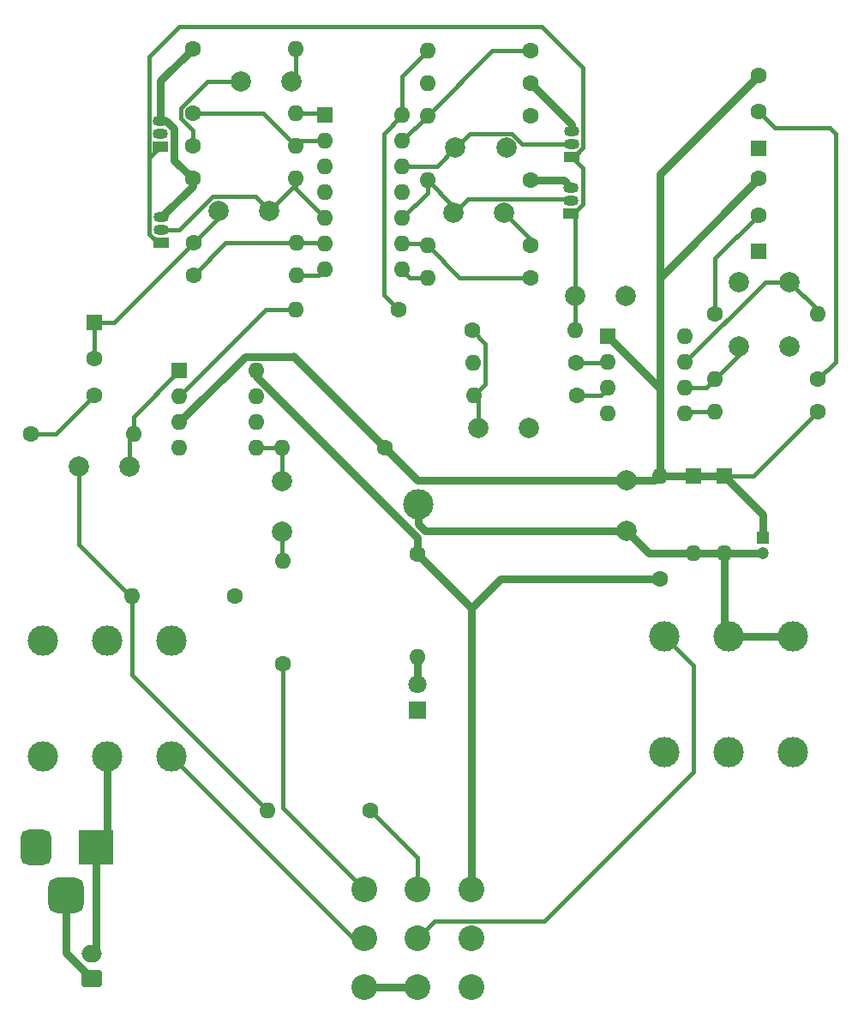
<source format=gbr>
%TF.GenerationSoftware,KiCad,Pcbnew,(6.0.1)*%
%TF.CreationDate,2022-05-04T15:38:42-04:00*%
%TF.ProjectId,phase90plusplus,70686173-6539-4307-906c-7573706c7573,rev?*%
%TF.SameCoordinates,Original*%
%TF.FileFunction,Copper,L1,Top*%
%TF.FilePolarity,Positive*%
%FSLAX46Y46*%
G04 Gerber Fmt 4.6, Leading zero omitted, Abs format (unit mm)*
G04 Created by KiCad (PCBNEW (6.0.1)) date 2022-05-04 15:38:42*
%MOMM*%
%LPD*%
G01*
G04 APERTURE LIST*
G04 Aperture macros list*
%AMRoundRect*
0 Rectangle with rounded corners*
0 $1 Rounding radius*
0 $2 $3 $4 $5 $6 $7 $8 $9 X,Y pos of 4 corners*
0 Add a 4 corners polygon primitive as box body*
4,1,4,$2,$3,$4,$5,$6,$7,$8,$9,$2,$3,0*
0 Add four circle primitives for the rounded corners*
1,1,$1+$1,$2,$3*
1,1,$1+$1,$4,$5*
1,1,$1+$1,$6,$7*
1,1,$1+$1,$8,$9*
0 Add four rect primitives between the rounded corners*
20,1,$1+$1,$2,$3,$4,$5,0*
20,1,$1+$1,$4,$5,$6,$7,0*
20,1,$1+$1,$6,$7,$8,$9,0*
20,1,$1+$1,$8,$9,$2,$3,0*%
G04 Aperture macros list end*
%TA.AperFunction,ComponentPad*%
%ADD10R,1.600000X1.600000*%
%TD*%
%TA.AperFunction,ComponentPad*%
%ADD11O,1.600000X1.600000*%
%TD*%
%TA.AperFunction,ComponentPad*%
%ADD12C,2.000000*%
%TD*%
%TA.AperFunction,ComponentPad*%
%ADD13C,1.600000*%
%TD*%
%TA.AperFunction,ComponentPad*%
%ADD14C,2.540000*%
%TD*%
%TA.AperFunction,ComponentPad*%
%ADD15R,1.500000X1.050000*%
%TD*%
%TA.AperFunction,ComponentPad*%
%ADD16O,1.500000X1.050000*%
%TD*%
%TA.AperFunction,ComponentPad*%
%ADD17RoundRect,0.250000X-0.550000X0.550000X-0.550000X-0.550000X0.550000X-0.550000X0.550000X0.550000X0*%
%TD*%
%TA.AperFunction,ComponentPad*%
%ADD18C,3.000000*%
%TD*%
%TA.AperFunction,ComponentPad*%
%ADD19R,1.200000X1.200000*%
%TD*%
%TA.AperFunction,ComponentPad*%
%ADD20C,1.200000*%
%TD*%
%TA.AperFunction,ComponentPad*%
%ADD21RoundRect,0.250000X0.550000X-0.550000X0.550000X0.550000X-0.550000X0.550000X-0.550000X-0.550000X0*%
%TD*%
%TA.AperFunction,ComponentPad*%
%ADD22R,3.500000X3.500000*%
%TD*%
%TA.AperFunction,ComponentPad*%
%ADD23RoundRect,0.750000X-0.750000X-1.000000X0.750000X-1.000000X0.750000X1.000000X-0.750000X1.000000X0*%
%TD*%
%TA.AperFunction,ComponentPad*%
%ADD24RoundRect,0.875000X-0.875000X-0.875000X0.875000X-0.875000X0.875000X0.875000X-0.875000X0.875000X0*%
%TD*%
%TA.AperFunction,ComponentPad*%
%ADD25R,1.800000X1.800000*%
%TD*%
%TA.AperFunction,ComponentPad*%
%ADD26C,1.800000*%
%TD*%
%TA.AperFunction,ComponentPad*%
%ADD27RoundRect,0.250000X0.750000X-0.600000X0.750000X0.600000X-0.750000X0.600000X-0.750000X-0.600000X0*%
%TD*%
%TA.AperFunction,ComponentPad*%
%ADD28O,2.000000X1.700000*%
%TD*%
%TA.AperFunction,ViaPad*%
%ADD29C,3.000000*%
%TD*%
%TA.AperFunction,ViaPad*%
%ADD30C,0.800000*%
%TD*%
%TA.AperFunction,Conductor*%
%ADD31C,0.800000*%
%TD*%
%TA.AperFunction,Conductor*%
%ADD32C,0.400000*%
%TD*%
G04 APERTURE END LIST*
D10*
%TO.P,U2,1*%
%TO.N,Net-(C6-Pad1)*%
X195200000Y-62600000D03*
D11*
%TO.P,U2,2,-*%
%TO.N,Net-(R10-Pad2)*%
X195200000Y-65140000D03*
%TO.P,U2,3,+*%
%TO.N,+5V*%
X195200000Y-67680000D03*
%TO.P,U2,4,V-*%
%TO.N,GNDREF*%
X195200000Y-70220000D03*
%TO.P,U2,5,+*%
%TO.N,Net-(C1-Pad2)*%
X202820000Y-70220000D03*
%TO.P,U2,6,-*%
%TO.N,/U1_LOOPBACK*%
X202820000Y-67680000D03*
%TO.P,U2,7*%
X202820000Y-65140000D03*
%TO.P,U2,8,V+*%
%TO.N,+9V*%
X202820000Y-62600000D03*
%TD*%
D12*
%TO.P,C11,1*%
%TO.N,GNDREF*%
X250500000Y-53800000D03*
%TO.P,C11,2*%
%TO.N,/FRQ*%
X255500000Y-53800000D03*
%TD*%
D10*
%TO.P,D2,1,K*%
%TO.N,+5V*%
X246000000Y-72980000D03*
D11*
%TO.P,D2,2,A*%
%TO.N,GNDREF*%
X246000000Y-80600000D03*
%TD*%
D12*
%TO.P,C10,1*%
%TO.N,GNDREF*%
X239400000Y-78430000D03*
%TO.P,C10,2*%
%TO.N,+5V*%
X239400000Y-73430000D03*
%TD*%
D13*
%TO.P,R15,1*%
%TO.N,+5V*%
X196500000Y-30800000D03*
D11*
%TO.P,R15,2*%
%TO.N,Net-(C3-Pad2)*%
X206660000Y-30800000D03*
%TD*%
D14*
%TO.P,S1,P$1,O*%
%TO.N,Net-(R11-Pad1)*%
X213451560Y-113801940D03*
%TO.P,S1,P$2,P*%
%TO.N,Net-(J1-PadT1)*%
X213451560Y-118600000D03*
%TO.P,S1,P$3,S*%
%TO.N,/OUTPUT*%
X213451560Y-123398060D03*
%TO.P,S1,P$4,O*%
%TO.N,Net-(R12-Pad1)*%
X218750000Y-113801940D03*
%TO.P,S1,P$5,P*%
%TO.N,Net-(J2-PadT1)*%
X218750000Y-118600000D03*
%TO.P,S1,P$6,S*%
%TO.N,/OUTPUT*%
X218750000Y-123398060D03*
%TO.P,S1,P$7,O*%
%TO.N,+9V*%
X224048440Y-113801940D03*
%TO.P,S1,P$8,P*%
%TO.N,Net-(J3-Pad2)*%
X224048440Y-118600000D03*
%TO.P,S1,P$9,S*%
%TO.N,unconnected-(S1-PadP$9)*%
X224048440Y-123398060D03*
%TD*%
D12*
%TO.P,C3,1*%
%TO.N,Net-(C3-Pad1)*%
X201280000Y-34000000D03*
%TO.P,C3,2*%
%TO.N,Net-(C3-Pad2)*%
X206280000Y-34000000D03*
%TD*%
D13*
%TO.P,R2,1*%
%TO.N,Net-(R2-Pad1)*%
X196520000Y-37200000D03*
D11*
%TO.P,R2,2*%
%TO.N,Net-(C4-Pad1)*%
X206680000Y-37200000D03*
%TD*%
D13*
%TO.P,R7,1*%
%TO.N,Net-(C3-Pad1)*%
X196500000Y-40385000D03*
D11*
%TO.P,R7,2*%
%TO.N,Net-(R2-Pad1)*%
X206660000Y-40385000D03*
%TD*%
D12*
%TO.P,C2,1*%
%TO.N,/U1_LOOPBACK*%
X199080000Y-46785000D03*
%TO.P,C2,2*%
%TO.N,Net-(C2-Pad2)*%
X204080000Y-46785000D03*
%TD*%
%TO.P,C5,1*%
%TO.N,Net-(C5-Pad1)*%
X227480000Y-40585000D03*
%TO.P,C5,2*%
%TO.N,Net-(C5-Pad2)*%
X222480000Y-40585000D03*
%TD*%
D15*
%TO.P,Q3,1,G*%
%TO.N,/LFO_OUT*%
X233900000Y-47055000D03*
D16*
%TO.P,Q3,2,S*%
%TO.N,Net-(C4-Pad2)*%
X233900000Y-45785000D03*
%TO.P,Q3,3,D*%
%TO.N,+5V*%
X233900000Y-44515000D03*
%TD*%
D17*
%TO.P,RV1,1,1*%
%TO.N,/U1_LOOPBACK*%
X186775000Y-57800000D03*
D13*
%TO.P,RV1,2,2*%
X186775000Y-61400000D03*
%TO.P,RV1,3,3*%
%TO.N,Net-(R10-Pad2)*%
X186775000Y-65000000D03*
%TD*%
%TO.P,R21,1*%
%TO.N,/LFO*%
X234480000Y-65000000D03*
D11*
%TO.P,R21,2*%
%TO.N,Net-(C8-Pad2)*%
X224320000Y-65000000D03*
%TD*%
D13*
%TO.P,R8,1*%
%TO.N,Net-(C4-Pad1)*%
X229860000Y-50185000D03*
D11*
%TO.P,R8,2*%
%TO.N,Net-(R3-Pad1)*%
X219700000Y-50185000D03*
%TD*%
D13*
%TO.P,R22,1*%
%TO.N,Net-(LFO1-Pad2)*%
X234400000Y-61800000D03*
D11*
%TO.P,R22,2*%
%TO.N,GNDREF*%
X224240000Y-61800000D03*
%TD*%
D18*
%TO.P,J1,R1*%
%TO.N,/RING*%
X188050000Y-100635000D03*
%TO.P,J1,RN*%
%TO.N,unconnected-(J1-PadRN)*%
X188050000Y-89205000D03*
%TO.P,J1,S1*%
%TO.N,GNDREF*%
X181700000Y-100635000D03*
%TO.P,J1,SN*%
%TO.N,unconnected-(J1-PadSN)*%
X181700000Y-89205000D03*
%TO.P,J1,T1*%
%TO.N,Net-(J1-PadT1)*%
X194400000Y-100635000D03*
%TO.P,J1,TN*%
%TO.N,unconnected-(J1-PadTN)*%
X194400000Y-89205000D03*
%TD*%
D13*
%TO.P,R17,1*%
%TO.N,+5V*%
X229860000Y-34185000D03*
D11*
%TO.P,R17,2*%
%TO.N,Net-(C5-Pad2)*%
X219700000Y-34185000D03*
%TD*%
D15*
%TO.P,Q1,1,G*%
%TO.N,/LFO_OUT*%
X193380000Y-49985000D03*
D16*
%TO.P,Q1,2,S*%
%TO.N,Net-(C2-Pad2)*%
X193380000Y-48715000D03*
%TO.P,Q1,3,D*%
%TO.N,+5V*%
X193380000Y-47445000D03*
%TD*%
D12*
%TO.P,C8,1*%
%TO.N,GNDREF*%
X229700000Y-68200000D03*
%TO.P,C8,2*%
%TO.N,Net-(C8-Pad2)*%
X224700000Y-68200000D03*
%TD*%
D13*
%TO.P,R1,1*%
%TO.N,Net-(R1-Pad1)*%
X196580000Y-53185000D03*
D11*
%TO.P,R1,2*%
%TO.N,Net-(C3-Pad1)*%
X206740000Y-53185000D03*
%TD*%
D19*
%TO.P,C9,1*%
%TO.N,+5V*%
X252800000Y-79100000D03*
D20*
%TO.P,C9,2*%
%TO.N,GNDREF*%
X252800000Y-80600000D03*
%TD*%
D13*
%TO.P,R20,1*%
%TO.N,Net-(C8-Pad2)*%
X224120000Y-58600000D03*
D11*
%TO.P,R20,2*%
%TO.N,/LFO_OUT*%
X234280000Y-58600000D03*
%TD*%
D13*
%TO.P,R12,1*%
%TO.N,Net-(R12-Pad1)*%
X214080000Y-106000000D03*
D11*
%TO.P,R12,2*%
%TO.N,Net-(C6-Pad2)*%
X203920000Y-106000000D03*
%TD*%
D13*
%TO.P,R26,1*%
%TO.N,Net-(R26-Pad1)*%
X258280000Y-63400000D03*
D11*
%TO.P,R26,2*%
%TO.N,/WVF*%
X248120000Y-63400000D03*
%TD*%
D21*
%TO.P,RV2,1,1*%
%TO.N,GNDREF*%
X252425000Y-50800000D03*
D13*
%TO.P,RV2,2,2*%
%TO.N,Net-(R25-Pad1)*%
X252425000Y-47200000D03*
%TO.P,RV2,3,3*%
%TO.N,+5V*%
X252425000Y-43600000D03*
%TD*%
D15*
%TO.P,Q2,1,G*%
%TO.N,/LFO_OUT*%
X193340000Y-40455000D03*
D16*
%TO.P,Q2,2,S*%
%TO.N,Net-(C3-Pad2)*%
X193340000Y-39185000D03*
%TO.P,Q2,3,D*%
%TO.N,+5V*%
X193340000Y-37915000D03*
%TD*%
D13*
%TO.P,R23,1*%
%TO.N,+5V*%
X258280000Y-66600000D03*
D11*
%TO.P,R23,2*%
%TO.N,Net-(LFO1-Pad5)*%
X248120000Y-66600000D03*
%TD*%
D22*
%TO.P,J3,1*%
%TO.N,/RING*%
X187000000Y-109642500D03*
D23*
%TO.P,J3,2*%
%TO.N,Net-(J3-Pad2)*%
X181000000Y-109642500D03*
D24*
%TO.P,J3,3*%
%TO.N,Net-(BT1-Pad1)*%
X184000000Y-114342500D03*
%TD*%
D13*
%TO.P,R24,1*%
%TO.N,+9V*%
X242648440Y-83140000D03*
D11*
%TO.P,R24,2*%
%TO.N,+5V*%
X242648440Y-72980000D03*
%TD*%
D10*
%TO.P,D3,1,K*%
%TO.N,+5V*%
X249000000Y-72980000D03*
D11*
%TO.P,D3,2,A*%
%TO.N,GNDREF*%
X249000000Y-80600000D03*
%TD*%
D13*
%TO.P,R25,1*%
%TO.N,Net-(R25-Pad1)*%
X248120000Y-57000000D03*
D11*
%TO.P,R25,2*%
%TO.N,/FRQ*%
X258280000Y-57000000D03*
%TD*%
D12*
%TO.P,C4,1*%
%TO.N,Net-(C4-Pad1)*%
X227280000Y-46985000D03*
%TO.P,C4,2*%
%TO.N,Net-(C4-Pad2)*%
X222280000Y-46985000D03*
%TD*%
D13*
%TO.P,R5,1*%
%TO.N,Net-(R10-Pad2)*%
X180520000Y-68800000D03*
D11*
%TO.P,R5,2*%
%TO.N,Net-(C6-Pad1)*%
X190680000Y-68800000D03*
%TD*%
D12*
%TO.P,C12,1*%
%TO.N,GNDREF*%
X255500000Y-60200000D03*
%TO.P,C12,2*%
%TO.N,/WVF*%
X250500000Y-60200000D03*
%TD*%
D18*
%TO.P,J2,R1*%
%TO.N,GNDREF*%
X249450000Y-88815000D03*
%TO.P,J2,RN*%
%TO.N,unconnected-(J2-PadRN)*%
X249450000Y-100245000D03*
%TO.P,J2,S1*%
%TO.N,GNDREF*%
X255800000Y-88815000D03*
%TO.P,J2,SN*%
%TO.N,unconnected-(J2-PadSN)*%
X255800000Y-100245000D03*
%TO.P,J2,T1*%
%TO.N,Net-(J2-PadT1)*%
X243100000Y-88815000D03*
%TO.P,J2,TN*%
%TO.N,unconnected-(J2-PadTN)*%
X243100000Y-100245000D03*
%TD*%
D13*
%TO.P,R11,1*%
%TO.N,Net-(R11-Pad1)*%
X205400000Y-91480000D03*
D11*
%TO.P,R11,2*%
%TO.N,Net-(C1-Pad1)*%
X205400000Y-81320000D03*
%TD*%
D10*
%TO.P,U1,1*%
%TO.N,Net-(C4-Pad1)*%
X209580000Y-37360000D03*
D11*
%TO.P,U1,2,-*%
%TO.N,Net-(R2-Pad1)*%
X209580000Y-39900000D03*
%TO.P,U1,3,+*%
%TO.N,Net-(C3-Pad2)*%
X209580000Y-42440000D03*
%TO.P,U1,4,V+*%
%TO.N,+9V*%
X209580000Y-44980000D03*
%TO.P,U1,5,+*%
%TO.N,Net-(C2-Pad2)*%
X209580000Y-47520000D03*
%TO.P,U1,6,-*%
%TO.N,Net-(R1-Pad1)*%
X209580000Y-50060000D03*
%TO.P,U1,7*%
%TO.N,Net-(C3-Pad1)*%
X209580000Y-52600000D03*
%TO.P,U1,8*%
%TO.N,Net-(C5-Pad1)*%
X217200000Y-52600000D03*
%TO.P,U1,9,-*%
%TO.N,Net-(R3-Pad1)*%
X217200000Y-50060000D03*
%TO.P,U1,10,+*%
%TO.N,Net-(C4-Pad2)*%
X217200000Y-47520000D03*
%TO.P,U1,11,V-*%
%TO.N,GNDREF*%
X217200000Y-44980000D03*
%TO.P,U1,12,+*%
%TO.N,Net-(C5-Pad2)*%
X217200000Y-42440000D03*
%TO.P,U1,13,-*%
%TO.N,Net-(R4-Pad1)*%
X217200000Y-39900000D03*
%TO.P,U1,14*%
%TO.N,Net-(R10-Pad1)*%
X217200000Y-37360000D03*
%TD*%
D13*
%TO.P,R16,1*%
%TO.N,+5V*%
X229860000Y-43785000D03*
D11*
%TO.P,R16,2*%
%TO.N,Net-(C4-Pad2)*%
X219700000Y-43785000D03*
%TD*%
D13*
%TO.P,R4,1*%
%TO.N,Net-(R4-Pad1)*%
X229860000Y-30985000D03*
D11*
%TO.P,R4,2*%
%TO.N,Net-(R10-Pad1)*%
X219700000Y-30985000D03*
%TD*%
D10*
%TO.P,LFO1,1,+5V*%
%TO.N,+5V*%
X237520000Y-59200000D03*
D11*
%TO.P,LFO1,2,OFFST*%
%TO.N,Net-(LFO1-Pad2)*%
X237520000Y-61740000D03*
%TO.P,LFO1,3,OUT*%
%TO.N,/LFO*%
X237520000Y-64280000D03*
%TO.P,LFO1,4,TAP*%
%TO.N,unconnected-(LFO1-Pad4)*%
X237520000Y-66820000D03*
%TO.P,LFO1,5,DPTH*%
%TO.N,Net-(LFO1-Pad5)*%
X245140000Y-66820000D03*
%TO.P,LFO1,6,WVF*%
%TO.N,/WVF*%
X245140000Y-64280000D03*
%TO.P,LFO1,7,FRQ*%
%TO.N,/FRQ*%
X245140000Y-61740000D03*
%TO.P,LFO1,8,GND*%
%TO.N,GNDREF*%
X245140000Y-59200000D03*
%TD*%
D13*
%TO.P,R18,1*%
%TO.N,GNDREF*%
X200680000Y-84800000D03*
D11*
%TO.P,R18,2*%
%TO.N,Net-(C6-Pad2)*%
X190520000Y-84800000D03*
%TD*%
D13*
%TO.P,R3,1*%
%TO.N,Net-(R3-Pad1)*%
X229860000Y-53385000D03*
D11*
%TO.P,R3,2*%
%TO.N,Net-(C5-Pad1)*%
X219700000Y-53385000D03*
%TD*%
D21*
%TO.P,RV3,1,1*%
%TO.N,GNDREF*%
X252425000Y-40600000D03*
D13*
%TO.P,RV3,2,2*%
%TO.N,Net-(R26-Pad1)*%
X252425000Y-37000000D03*
%TO.P,RV3,3,3*%
%TO.N,+5V*%
X252425000Y-33400000D03*
%TD*%
D12*
%TO.P,C7,1*%
%TO.N,GNDREF*%
X239300000Y-55200000D03*
%TO.P,C7,2*%
%TO.N,/LFO_OUT*%
X234300000Y-55200000D03*
%TD*%
D13*
%TO.P,R10,1*%
%TO.N,Net-(R10-Pad1)*%
X216860000Y-56585000D03*
D11*
%TO.P,R10,2*%
%TO.N,Net-(R10-Pad2)*%
X206700000Y-56585000D03*
%TD*%
D13*
%TO.P,R13,1*%
%TO.N,+5V*%
X215480000Y-70200000D03*
D11*
%TO.P,R13,2*%
%TO.N,Net-(C1-Pad2)*%
X205320000Y-70200000D03*
%TD*%
D12*
%TO.P,C6,1*%
%TO.N,Net-(C6-Pad1)*%
X190300000Y-72000000D03*
%TO.P,C6,2*%
%TO.N,Net-(C6-Pad2)*%
X185300000Y-72000000D03*
%TD*%
D25*
%TO.P,D1,1,K*%
%TO.N,GNDREF*%
X218750000Y-96125000D03*
D26*
%TO.P,D1,2,A*%
%TO.N,Net-(D1-Pad2)*%
X218750000Y-93585000D03*
%TD*%
D12*
%TO.P,C1,1*%
%TO.N,Net-(C1-Pad1)*%
X205320000Y-78500000D03*
%TO.P,C1,2*%
%TO.N,Net-(C1-Pad2)*%
X205320000Y-73500000D03*
%TD*%
D13*
%TO.P,R14,1*%
%TO.N,+5V*%
X196500000Y-43585000D03*
D11*
%TO.P,R14,2*%
%TO.N,Net-(C2-Pad2)*%
X206660000Y-43585000D03*
%TD*%
D13*
%TO.P,R19,1*%
%TO.N,+9V*%
X218750000Y-80720000D03*
D11*
%TO.P,R19,2*%
%TO.N,Net-(D1-Pad2)*%
X218750000Y-90880000D03*
%TD*%
D13*
%TO.P,R9,1*%
%TO.N,Net-(C5-Pad1)*%
X229860000Y-37385000D03*
D11*
%TO.P,R9,2*%
%TO.N,Net-(R4-Pad1)*%
X219700000Y-37385000D03*
%TD*%
D13*
%TO.P,R6,1*%
%TO.N,/U1_LOOPBACK*%
X196580000Y-49985000D03*
D11*
%TO.P,R6,2*%
%TO.N,Net-(R1-Pad1)*%
X206740000Y-49985000D03*
%TD*%
D15*
%TO.P,Q4,1,G*%
%TO.N,/LFO_OUT*%
X233940000Y-41455000D03*
D16*
%TO.P,Q4,2,S*%
%TO.N,Net-(C5-Pad2)*%
X233940000Y-40185000D03*
%TO.P,Q4,3,D*%
%TO.N,+5V*%
X233940000Y-38915000D03*
%TD*%
D27*
%TO.P,BT1,1,+*%
%TO.N,Net-(BT1-Pad1)*%
X186532500Y-122600000D03*
D28*
%TO.P,BT1,2,-*%
%TO.N,/RING*%
X186532500Y-120100000D03*
%TD*%
D29*
%TO.N,GNDREF*%
X218800000Y-75800000D03*
D30*
%TO.N,+5V*%
X206480489Y-61200489D03*
%TD*%
D31*
%TO.N,+9V*%
X224048440Y-89550000D02*
X224048440Y-113801940D01*
X224048440Y-86018440D02*
X224048440Y-89550000D01*
X218750000Y-79090791D02*
X202820000Y-63160791D01*
X226926880Y-83140000D02*
X242648440Y-83140000D01*
X218750000Y-80720000D02*
X224048440Y-86018440D01*
X224048440Y-86018440D02*
X226926880Y-83140000D01*
X202820000Y-63160791D02*
X202820000Y-62600000D01*
X218750000Y-80720000D02*
X218750000Y-79090791D01*
%TO.N,GNDREF*%
X249000000Y-80600000D02*
X249000000Y-88365000D01*
X218800000Y-75800000D02*
X218800000Y-77727257D01*
X252800000Y-80600000D02*
X246000000Y-80600000D01*
X219502743Y-78430000D02*
X239400000Y-78430000D01*
X249000000Y-88365000D02*
X249450000Y-88815000D01*
X241570000Y-80600000D02*
X246000000Y-80600000D01*
X218800000Y-77727257D02*
X219502743Y-78430000D01*
X239400000Y-78430000D02*
X241570000Y-80600000D01*
X255800000Y-88815000D02*
X249450000Y-88815000D01*
%TO.N,Net-(BT1-Pad1)*%
X184000000Y-114342500D02*
X184000000Y-120067500D01*
X184000000Y-120067500D02*
X186532500Y-122600000D01*
%TO.N,/RING*%
X188050000Y-100635000D02*
X188050000Y-108592500D01*
X187000000Y-119632500D02*
X186532500Y-120100000D01*
X188050000Y-108592500D02*
X187000000Y-109642500D01*
X187000000Y-109642500D02*
X187000000Y-119632500D01*
%TO.N,+5V*%
X229860000Y-43785000D02*
X233170000Y-43785000D01*
X193340000Y-33960000D02*
X193340000Y-37915000D01*
X242648440Y-72980000D02*
X246000000Y-72980000D01*
X242648440Y-64328440D02*
X242648440Y-72980000D01*
X196500000Y-44325000D02*
X193380000Y-47445000D01*
X196500000Y-43585000D02*
X196500000Y-44325000D01*
X242648440Y-43176560D02*
X252425000Y-33400000D01*
X252800000Y-79100000D02*
X252800000Y-76780000D01*
X246000000Y-72980000D02*
X249000000Y-72980000D01*
X233940000Y-38265000D02*
X229860000Y-34185000D01*
X252800000Y-76780000D02*
X249000000Y-72980000D01*
X195200000Y-67680000D02*
X201679511Y-61200489D01*
X237520000Y-59200000D02*
X242648440Y-64328440D01*
X201679511Y-61200489D02*
X206480489Y-61200489D01*
X193885311Y-37915000D02*
X194689520Y-38719209D01*
X206480489Y-61200489D02*
X215480000Y-70200000D01*
D32*
X251900000Y-72980000D02*
X249000000Y-72980000D01*
X258280000Y-66600000D02*
X251900000Y-72980000D01*
D31*
X233940000Y-38915000D02*
X233940000Y-38265000D01*
X242648440Y-64328440D02*
X242648440Y-53376560D01*
X194689520Y-41774520D02*
X196500000Y-43585000D01*
X239400000Y-73430000D02*
X242198440Y-73430000D01*
X193340000Y-37915000D02*
X193885311Y-37915000D01*
X218710000Y-73430000D02*
X239400000Y-73430000D01*
X242648440Y-53376560D02*
X242648440Y-43176560D01*
X215480000Y-70200000D02*
X218710000Y-73430000D01*
X194689520Y-38719209D02*
X194689520Y-41774520D01*
X233170000Y-43785000D02*
X233900000Y-44515000D01*
X196500000Y-30800000D02*
X193340000Y-33960000D01*
X242648440Y-53376560D02*
X252425000Y-43600000D01*
D32*
%TO.N,/U1_LOOPBACK*%
X196580000Y-49985000D02*
X199080000Y-47485000D01*
X186775000Y-61400000D02*
X186775000Y-57800000D01*
X199080000Y-47485000D02*
X199080000Y-46785000D01*
X188765000Y-57800000D02*
X196580000Y-49985000D01*
X186775000Y-57800000D02*
X188765000Y-57800000D01*
%TO.N,Net-(C4-Pad2)*%
X219700000Y-45020000D02*
X219700000Y-43785000D01*
X222280000Y-46365000D02*
X222280000Y-46985000D01*
X217200000Y-47520000D02*
X219700000Y-45020000D01*
X233700489Y-45585489D02*
X233900000Y-45785000D01*
X223679511Y-45585489D02*
X233700489Y-45585489D01*
X219700000Y-43785000D02*
X222280000Y-46365000D01*
X222280000Y-46985000D02*
X223679511Y-45585489D01*
%TO.N,/LFO_OUT*%
X234202468Y-41455000D02*
X233940000Y-41455000D01*
X235090000Y-32690000D02*
X235090000Y-40567468D01*
X195200000Y-28600000D02*
X231000000Y-28600000D01*
X192190480Y-41524520D02*
X192190480Y-31609520D01*
X193340000Y-40455000D02*
X192230480Y-41564520D01*
X235090000Y-40567468D02*
X234202468Y-41455000D01*
X231000000Y-28600000D02*
X235090000Y-32690000D01*
X235049520Y-46167948D02*
X235049520Y-42564520D01*
X234162468Y-47055000D02*
X235049520Y-46167948D01*
X192190480Y-31609520D02*
X195200000Y-28600000D01*
X234280000Y-58600000D02*
X234280000Y-47435000D01*
X233900000Y-47055000D02*
X234162468Y-47055000D01*
X192230480Y-41564520D02*
X192230480Y-49097948D01*
X234280000Y-47435000D02*
X233900000Y-47055000D01*
X235049520Y-42564520D02*
X233940000Y-41455000D01*
X192230480Y-41564520D02*
X192190480Y-41524520D01*
X193117532Y-49985000D02*
X193380000Y-49985000D01*
X192230480Y-49097948D02*
X193117532Y-49985000D01*
%TO.N,Net-(C6-Pad1)*%
X190680000Y-67120000D02*
X195200000Y-62600000D01*
X190680000Y-68800000D02*
X190680000Y-67120000D01*
X190300000Y-72000000D02*
X190300000Y-69180000D01*
X190300000Y-69180000D02*
X190680000Y-68800000D01*
%TO.N,Net-(C6-Pad2)*%
X185300000Y-79780000D02*
X185300000Y-72000000D01*
X203920000Y-106000000D02*
X190520000Y-92600000D01*
X190520000Y-92600000D02*
X190520000Y-85000000D01*
X190520000Y-85000000D02*
X185300000Y-79780000D01*
%TO.N,Net-(C8-Pad2)*%
X225439511Y-63880489D02*
X224320000Y-65000000D01*
X224700000Y-65380000D02*
X224320000Y-65000000D01*
X224700000Y-68200000D02*
X224700000Y-65380000D01*
X224120000Y-58600000D02*
X225439511Y-59919511D01*
X225439511Y-59919511D02*
X225439511Y-63880489D01*
%TO.N,Net-(C1-Pad1)*%
X205320000Y-81240000D02*
X205400000Y-81320000D01*
X205320000Y-78500000D02*
X205320000Y-81240000D01*
%TO.N,Net-(LFO1-Pad2)*%
X237460000Y-61800000D02*
X237520000Y-61740000D01*
X234400000Y-61800000D02*
X237460000Y-61800000D01*
%TO.N,/LFO*%
X236800000Y-65000000D02*
X237520000Y-64280000D01*
X234480000Y-65000000D02*
X236800000Y-65000000D01*
%TO.N,Net-(LFO1-Pad5)*%
X248120000Y-66600000D02*
X245360000Y-66600000D01*
X245360000Y-66600000D02*
X245140000Y-66820000D01*
%TO.N,Net-(R2-Pad1)*%
X209580000Y-39900000D02*
X207145000Y-39900000D01*
X207145000Y-39900000D02*
X206660000Y-40385000D01*
X203475000Y-37200000D02*
X206660000Y-40385000D01*
X196520000Y-37200000D02*
X203475000Y-37200000D01*
D31*
%TO.N,/OUTPUT*%
X213451560Y-123398060D02*
X218750000Y-123398060D01*
D32*
%TO.N,Net-(C1-Pad2)*%
X205300000Y-70220000D02*
X205320000Y-70200000D01*
X205320000Y-73500000D02*
X205320000Y-70200000D01*
X202820000Y-70220000D02*
X205300000Y-70220000D01*
%TO.N,Net-(C3-Pad1)*%
X198000000Y-34000000D02*
X201280000Y-34000000D01*
X206740000Y-53185000D02*
X208995000Y-53185000D01*
X208995000Y-53185000D02*
X209580000Y-52600000D01*
X196500000Y-40385000D02*
X196500000Y-38876366D01*
X195320489Y-36679511D02*
X198000000Y-34000000D01*
X196500000Y-38876366D02*
X195320489Y-37696855D01*
X195320489Y-37696855D02*
X195320489Y-36679511D01*
%TO.N,Net-(C3-Pad2)*%
X206660000Y-30800000D02*
X206660000Y-33620000D01*
X206660000Y-33620000D02*
X206280000Y-34000000D01*
%TO.N,/WVF*%
X250500000Y-61020000D02*
X250500000Y-60200000D01*
X247240000Y-64280000D02*
X248120000Y-63400000D01*
X245140000Y-64280000D02*
X247240000Y-64280000D01*
X248120000Y-63400000D02*
X250500000Y-61020000D01*
%TO.N,Net-(C2-Pad2)*%
X202680489Y-45385489D02*
X204080000Y-46785000D01*
X198500302Y-45385489D02*
X202680489Y-45385489D01*
X206660000Y-43585000D02*
X206660000Y-44600000D01*
X206660000Y-44600000D02*
X209580000Y-47520000D01*
X193380000Y-48715000D02*
X195170791Y-48715000D01*
X195170791Y-48715000D02*
X198500302Y-45385489D01*
X204080000Y-46785000D02*
X206660000Y-44205000D01*
X206660000Y-44205000D02*
X206660000Y-43585000D01*
%TO.N,Net-(C4-Pad1)*%
X209420000Y-37200000D02*
X209580000Y-37360000D01*
X206680000Y-37200000D02*
X209420000Y-37200000D01*
X229860000Y-49565000D02*
X229860000Y-50185000D01*
X227280000Y-46985000D02*
X229860000Y-49565000D01*
%TO.N,Net-(C5-Pad1)*%
X217200000Y-52600000D02*
X217985000Y-53385000D01*
X217985000Y-53385000D02*
X219700000Y-53385000D01*
%TO.N,Net-(C5-Pad2)*%
X220625000Y-42440000D02*
X222480000Y-40585000D01*
X229059209Y-40185000D02*
X228059698Y-39185489D01*
X223879511Y-39185489D02*
X222480000Y-40585000D01*
X217200000Y-42440000D02*
X220625000Y-42440000D01*
X228059698Y-39185489D02*
X223879511Y-39185489D01*
X233940000Y-40185000D02*
X229059209Y-40185000D01*
D31*
%TO.N,Net-(D1-Pad2)*%
X218750000Y-90880000D02*
X218750000Y-93585000D01*
D32*
%TO.N,Net-(R1-Pad1)*%
X196580000Y-53185000D02*
X199780000Y-49985000D01*
X206740000Y-49985000D02*
X209505000Y-49985000D01*
X209505000Y-49985000D02*
X209580000Y-50060000D01*
X199780000Y-49985000D02*
X206740000Y-49985000D01*
%TO.N,Net-(R3-Pad1)*%
X219575000Y-50060000D02*
X219700000Y-50185000D01*
X229860000Y-53385000D02*
X222900000Y-53385000D01*
X222900000Y-53385000D02*
X219700000Y-50185000D01*
X217200000Y-50060000D02*
X219575000Y-50060000D01*
%TO.N,Net-(R10-Pad2)*%
X182975000Y-68800000D02*
X186775000Y-65000000D01*
X180520000Y-68800000D02*
X182975000Y-68800000D01*
X203755000Y-56585000D02*
X195200000Y-65140000D01*
X206700000Y-56585000D02*
X203755000Y-56585000D01*
%TO.N,Net-(R11-Pad1)*%
X213451560Y-113801940D02*
X205400000Y-105750380D01*
X205400000Y-105750380D02*
X205400000Y-91480000D01*
%TO.N,Net-(R4-Pad1)*%
X217200000Y-39900000D02*
X217200000Y-39885000D01*
X219700000Y-37385000D02*
X226100000Y-30985000D01*
X217200000Y-39885000D02*
X219700000Y-37385000D01*
X226100000Y-30985000D02*
X229860000Y-30985000D01*
%TO.N,Net-(R10-Pad1)*%
X215400000Y-39160000D02*
X217200000Y-37360000D01*
X215400000Y-55125000D02*
X215400000Y-39160000D01*
X219700000Y-30985000D02*
X217200000Y-33485000D01*
X216860000Y-56585000D02*
X215400000Y-55125000D01*
X217200000Y-33485000D02*
X217200000Y-37360000D01*
%TO.N,Net-(R25-Pad1)*%
X248120000Y-51505000D02*
X252425000Y-47200000D01*
X248120000Y-57000000D02*
X248120000Y-51505000D01*
%TO.N,Net-(J1-PadT1)*%
X212365000Y-118600000D02*
X213451560Y-118600000D01*
X194400000Y-100635000D02*
X212365000Y-118600000D01*
%TO.N,Net-(J2-PadT1)*%
X220419511Y-116930489D02*
X231269511Y-116930489D01*
X231269511Y-116930489D02*
X246000000Y-102200000D01*
X246000000Y-91715000D02*
X243100000Y-88815000D01*
X218750000Y-118600000D02*
X220419511Y-116930489D01*
X246000000Y-102200000D02*
X246000000Y-91715000D01*
%TO.N,/FRQ*%
X255500000Y-53800000D02*
X258280000Y-56580000D01*
X253080000Y-53800000D02*
X255500000Y-53800000D01*
X258280000Y-56580000D02*
X258280000Y-57000000D01*
X245140000Y-61740000D02*
X253080000Y-53800000D01*
%TO.N,Net-(R12-Pad1)*%
X218750000Y-110670000D02*
X214080000Y-106000000D01*
X218750000Y-113801940D02*
X218750000Y-110670000D01*
%TO.N,Net-(R26-Pad1)*%
X260000000Y-61680000D02*
X260000000Y-39200000D01*
X258280000Y-63400000D02*
X260000000Y-61680000D01*
X254025000Y-38600000D02*
X252425000Y-37000000D01*
X260000000Y-39200000D02*
X259400000Y-38600000D01*
X259400000Y-38600000D02*
X254025000Y-38600000D01*
%TD*%
M02*

</source>
